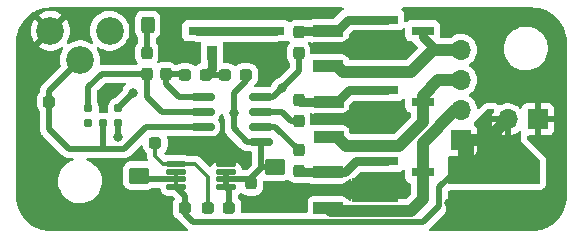
<source format=gbr>
G04 #@! TF.GenerationSoftware,KiCad,Pcbnew,7.0.1-3b83917a11~172~ubuntu22.10.1*
G04 #@! TF.CreationDate,2023-08-26T17:13:58+02:00*
G04 #@! TF.ProjectId,RGB_strip_driver,5247425f-7374-4726-9970-5f6472697665,rev?*
G04 #@! TF.SameCoordinates,Original*
G04 #@! TF.FileFunction,Copper,L1,Top*
G04 #@! TF.FilePolarity,Positive*
%FSLAX46Y46*%
G04 Gerber Fmt 4.6, Leading zero omitted, Abs format (unit mm)*
G04 Created by KiCad (PCBNEW 7.0.1-3b83917a11~172~ubuntu22.10.1) date 2023-08-26 17:13:58*
%MOMM*%
%LPD*%
G01*
G04 APERTURE LIST*
G04 Aperture macros list*
%AMRoundRect*
0 Rectangle with rounded corners*
0 $1 Rounding radius*
0 $2 $3 $4 $5 $6 $7 $8 $9 X,Y pos of 4 corners*
0 Add a 4 corners polygon primitive as box body*
4,1,4,$2,$3,$4,$5,$6,$7,$8,$9,$2,$3,0*
0 Add four circle primitives for the rounded corners*
1,1,$1+$1,$2,$3*
1,1,$1+$1,$4,$5*
1,1,$1+$1,$6,$7*
1,1,$1+$1,$8,$9*
0 Add four rect primitives between the rounded corners*
20,1,$1+$1,$2,$3,$4,$5,0*
20,1,$1+$1,$4,$5,$6,$7,0*
20,1,$1+$1,$6,$7,$8,$9,0*
20,1,$1+$1,$8,$9,$2,$3,0*%
%AMOutline4P*
0 Free polygon, 4 corners , with rotation*
0 The origin of the aperture is its center*
0 number of corners: always 4*
0 $1 to $8 corner X, Y*
0 $9 Rotation angle, in degrees counterclockwise*
0 create outline with 4 corners*
4,1,4,$1,$2,$3,$4,$5,$6,$7,$8,$1,$2,$9*%
G04 Aperture macros list end*
G04 #@! TA.AperFunction,SMDPad,CuDef*
%ADD10RoundRect,0.237500X-0.237500X0.287500X-0.237500X-0.287500X0.237500X-0.287500X0.237500X0.287500X0*%
G04 #@! TD*
G04 #@! TA.AperFunction,SMDPad,CuDef*
%ADD11RoundRect,0.237500X-0.287500X-0.237500X0.287500X-0.237500X0.287500X0.237500X-0.287500X0.237500X0*%
G04 #@! TD*
G04 #@! TA.AperFunction,SMDPad,CuDef*
%ADD12RoundRect,0.237500X0.287500X0.237500X-0.287500X0.237500X-0.287500X-0.237500X0.287500X-0.237500X0*%
G04 #@! TD*
G04 #@! TA.AperFunction,SMDPad,CuDef*
%ADD13RoundRect,0.237500X0.237500X-0.287500X0.237500X0.287500X-0.237500X0.287500X-0.237500X-0.287500X0*%
G04 #@! TD*
G04 #@! TA.AperFunction,SMDPad,CuDef*
%ADD14R,1.900000X0.800000*%
G04 #@! TD*
G04 #@! TA.AperFunction,SMDPad,CuDef*
%ADD15R,2.500000X1.000000*%
G04 #@! TD*
G04 #@! TA.AperFunction,SMDPad,CuDef*
%ADD16Outline4P,-1.000000X-0.375000X1.000000X-0.375000X0.500000X0.375000X-0.500000X0.375000X90.000000*%
G04 #@! TD*
G04 #@! TA.AperFunction,SMDPad,CuDef*
%ADD17R,4.000000X2.000000*%
G04 #@! TD*
G04 #@! TA.AperFunction,ComponentPad*
%ADD18R,1.700000X1.700000*%
G04 #@! TD*
G04 #@! TA.AperFunction,ComponentPad*
%ADD19O,1.700000X1.700000*%
G04 #@! TD*
G04 #@! TA.AperFunction,SMDPad,CuDef*
%ADD20RoundRect,0.150000X0.825000X0.150000X-0.825000X0.150000X-0.825000X-0.150000X0.825000X-0.150000X0*%
G04 #@! TD*
G04 #@! TA.AperFunction,SMDPad,CuDef*
%ADD21RoundRect,0.250001X-0.624999X0.462499X-0.624999X-0.462499X0.624999X-0.462499X0.624999X0.462499X0*%
G04 #@! TD*
G04 #@! TA.AperFunction,SMDPad,CuDef*
%ADD22RoundRect,0.250000X0.325000X0.450000X-0.325000X0.450000X-0.325000X-0.450000X0.325000X-0.450000X0*%
G04 #@! TD*
G04 #@! TA.AperFunction,SMDPad,CuDef*
%ADD23RoundRect,0.125000X0.687500X0.125000X-0.687500X0.125000X-0.687500X-0.125000X0.687500X-0.125000X0*%
G04 #@! TD*
G04 #@! TA.AperFunction,ConnectorPad*
%ADD24C,0.787400*%
G04 #@! TD*
G04 #@! TA.AperFunction,SMDPad,CuDef*
%ADD25R,0.889000X1.270000*%
G04 #@! TD*
G04 #@! TA.AperFunction,SMDPad,CuDef*
%ADD26R,1.447800X0.787400*%
G04 #@! TD*
G04 #@! TA.AperFunction,ComponentPad*
%ADD27C,2.340000*%
G04 #@! TD*
G04 #@! TA.AperFunction,ViaPad*
%ADD28C,0.800000*%
G04 #@! TD*
G04 #@! TA.AperFunction,Conductor*
%ADD29C,0.800000*%
G04 #@! TD*
G04 #@! TA.AperFunction,Conductor*
%ADD30C,0.500000*%
G04 #@! TD*
G04 #@! TA.AperFunction,Conductor*
%ADD31C,1.000000*%
G04 #@! TD*
G04 #@! TA.AperFunction,Conductor*
%ADD32C,0.350000*%
G04 #@! TD*
G04 APERTURE END LIST*
D10*
X124750000Y-128875000D03*
X124750000Y-130625000D03*
X111900000Y-124875000D03*
X111900000Y-126625000D03*
D11*
X117125000Y-138000000D03*
X118875000Y-138000000D03*
D10*
X124750000Y-123125000D03*
X124750000Y-124875000D03*
D12*
X116875000Y-126750000D03*
X115125000Y-126750000D03*
X115125000Y-138000000D03*
X113375000Y-138000000D03*
D13*
X113500000Y-126675000D03*
X113500000Y-124925000D03*
X124750000Y-134875000D03*
X124750000Y-133125000D03*
D14*
X132250000Y-134050000D03*
X132250000Y-135950000D03*
X135250000Y-135000000D03*
D15*
X127270000Y-123000000D03*
X127270000Y-124500000D03*
D16*
X128880000Y-124500000D03*
D17*
X131230000Y-124500000D03*
D15*
X127270000Y-126000000D03*
D14*
X132250000Y-128050000D03*
X132250000Y-129950000D03*
X135250000Y-129000000D03*
D18*
X145000000Y-130500000D03*
D19*
X142460000Y-130500000D03*
D20*
X121575000Y-132405000D03*
X121575000Y-131135000D03*
X121575000Y-129865000D03*
X121575000Y-128595000D03*
X116625000Y-128595000D03*
X116625000Y-129865000D03*
X116625000Y-131135000D03*
X116625000Y-132405000D03*
D21*
X139100000Y-135012500D03*
X139100000Y-137987500D03*
X141600000Y-135025000D03*
X141600000Y-138000000D03*
D15*
X127290000Y-129000000D03*
X127290000Y-130500000D03*
D16*
X128900000Y-130500000D03*
D17*
X131250000Y-130500000D03*
D15*
X127290000Y-132000000D03*
D22*
X114025000Y-122500000D03*
X111975000Y-122500000D03*
D21*
X122750000Y-134512500D03*
X122750000Y-137487500D03*
D23*
X118612500Y-136225000D03*
X118612500Y-135575000D03*
X118612500Y-134925000D03*
X118612500Y-134275000D03*
X114387500Y-134275000D03*
X114387500Y-134925000D03*
X114387500Y-135575000D03*
X114387500Y-136225000D03*
D21*
X144100000Y-135012500D03*
X144100000Y-137987500D03*
X111250000Y-135262500D03*
X111250000Y-138237500D03*
D15*
X127270000Y-135000000D03*
X127270000Y-136500000D03*
D16*
X128880000Y-136500000D03*
D17*
X131230000Y-136500000D03*
D15*
X127270000Y-138000000D03*
D24*
X109500000Y-129565000D03*
X109500000Y-130835000D03*
X108230000Y-129565000D03*
X108230000Y-130835000D03*
X106960000Y-129565000D03*
X106960000Y-130835000D03*
D14*
X132250000Y-122050000D03*
X132250000Y-123950000D03*
X135250000Y-123000000D03*
D18*
X138500000Y-132250000D03*
D19*
X138500000Y-129710000D03*
X138500000Y-127170000D03*
X138500000Y-124630000D03*
D12*
X114375000Y-132500000D03*
X112625000Y-132500000D03*
D10*
X120750000Y-135925000D03*
X120750000Y-137675000D03*
D11*
X118525000Y-126750000D03*
X120275000Y-126750000D03*
D25*
X121595500Y-124897000D03*
X117404500Y-124897000D03*
D26*
X122878200Y-123004700D03*
X116121800Y-123004700D03*
D27*
X108750000Y-123000000D03*
X106250000Y-125500000D03*
X103750000Y-123000000D03*
D12*
X103625000Y-129000000D03*
X101875000Y-129000000D03*
D28*
X145700000Y-138600000D03*
X140300000Y-139000000D03*
X142900000Y-139000000D03*
X129750000Y-124500000D03*
X124610000Y-136910000D03*
X129750000Y-130500000D03*
X131750000Y-124500000D03*
X131750000Y-130500000D03*
X145700000Y-137600000D03*
X137500000Y-138600000D03*
X132750000Y-130500000D03*
X130750000Y-124500000D03*
X120250000Y-134250000D03*
X129750000Y-136500000D03*
X118400000Y-132400000D03*
X132750000Y-124500000D03*
X112500000Y-137300000D03*
X137500000Y-137600000D03*
X121800000Y-126600000D03*
X132750000Y-136500000D03*
X130750000Y-130500000D03*
X114025000Y-123725000D03*
X130750000Y-136500000D03*
X108200000Y-128300000D03*
X109600000Y-138400000D03*
X131750000Y-136500000D03*
X119250000Y-129950000D03*
X109500000Y-132000000D03*
X110750001Y-128249999D03*
X123350000Y-127850000D03*
D29*
X122878200Y-123004700D02*
X116121800Y-123004700D01*
D30*
X114025000Y-123725000D02*
X114025000Y-124400000D01*
D31*
X124610000Y-136910000D02*
X124020000Y-137500000D01*
D30*
X109600000Y-138400000D02*
X111087500Y-138400000D01*
D31*
X127290000Y-130500000D02*
X131250000Y-130500000D01*
X127270000Y-136500000D02*
X129750000Y-136500000D01*
D30*
X137500000Y-138600000D02*
X138487500Y-138600000D01*
X112500000Y-138000000D02*
X111487500Y-138000000D01*
X114025000Y-124400000D02*
X113500000Y-124925000D01*
D31*
X124020000Y-137500000D02*
X124007500Y-137487500D01*
D30*
X113375000Y-138000000D02*
X112500000Y-138000000D01*
X101875000Y-129000000D02*
X101875000Y-124875000D01*
X116625000Y-132405000D02*
X114470000Y-132405000D01*
D29*
X121800000Y-126600000D02*
X121800000Y-125101500D01*
D30*
X138487500Y-138600000D02*
X139100000Y-137987500D01*
D31*
X125020000Y-136500000D02*
X124610000Y-136910000D01*
D30*
X137500000Y-137600000D02*
X138712500Y-137600000D01*
X120750000Y-137675000D02*
X122562500Y-137675000D01*
X111487500Y-138000000D02*
X111250000Y-138237500D01*
X118400000Y-132400000D02*
X116630000Y-132400000D01*
D31*
X124007500Y-137487500D02*
X122750000Y-137487500D01*
X144100000Y-137987500D02*
X139100000Y-137987500D01*
D30*
X111087500Y-138400000D02*
X111250000Y-138237500D01*
X108230000Y-129565000D02*
X108230000Y-128330000D01*
X114025000Y-122500000D02*
X114025000Y-123725000D01*
X112500000Y-137300000D02*
X112500000Y-138000000D01*
X122562500Y-137675000D02*
X122750000Y-137487500D01*
X108230000Y-128330000D02*
X108200000Y-128300000D01*
D31*
X127270000Y-124500000D02*
X131230000Y-124500000D01*
D30*
X114470000Y-132405000D02*
X114375000Y-132500000D01*
X138712500Y-137600000D02*
X139100000Y-137987500D01*
D29*
X121800000Y-125101500D02*
X121595500Y-124897000D01*
D30*
X116625000Y-132405000D02*
X118444990Y-134224990D01*
X101875000Y-124875000D02*
X103750000Y-123000000D01*
D31*
X127270000Y-136500000D02*
X125020000Y-136500000D01*
D30*
X116630000Y-132400000D02*
X116625000Y-132405000D01*
X137500000Y-138600000D02*
X137500000Y-137600000D01*
X103625000Y-128125000D02*
X106250000Y-125500000D01*
X108230000Y-130835000D02*
X108230000Y-132970000D01*
X111865000Y-131135000D02*
X116625000Y-131135000D01*
X103625000Y-131325000D02*
X105300000Y-133000000D01*
X103625000Y-129000000D02*
X103625000Y-128125000D01*
X108230000Y-132970000D02*
X108200000Y-133000000D01*
X103625000Y-129000000D02*
X103625000Y-131325000D01*
X105300000Y-133000000D02*
X108200000Y-133000000D01*
X110000000Y-133000000D02*
X111865000Y-131135000D01*
X108200000Y-133000000D02*
X110000000Y-133000000D01*
X112725000Y-135575000D02*
X111562500Y-135575000D01*
X136649999Y-136250001D02*
X137887500Y-135012500D01*
D31*
X138500000Y-132250000D02*
X140710000Y-132250000D01*
D30*
X137887500Y-135012500D02*
X139100000Y-135012500D01*
X136649999Y-137850001D02*
X136649999Y-136250001D01*
X135300000Y-139200000D02*
X136649999Y-137850001D01*
X114387500Y-135575000D02*
X112725000Y-135575000D01*
D31*
X139100000Y-135012500D02*
X139100000Y-132850000D01*
D30*
X115850000Y-139200000D02*
X135300000Y-139200000D01*
D31*
X140710000Y-132250000D02*
X142460000Y-130500000D01*
X139100000Y-132850000D02*
X138500000Y-132250000D01*
D30*
X115125000Y-138000000D02*
X115125000Y-138475000D01*
D32*
X114387500Y-134925000D02*
X114387500Y-136225000D01*
D30*
X115125000Y-138000000D02*
X115125000Y-136962500D01*
X111562500Y-135575000D02*
X111250000Y-135262500D01*
X115125000Y-138475000D02*
X115850000Y-139200000D01*
D31*
X139100000Y-135012500D02*
X144100000Y-135012500D01*
D30*
X115125000Y-136962500D02*
X114387500Y-136225000D01*
X113500000Y-127500000D02*
X114595000Y-128595000D01*
X115050000Y-126675000D02*
X115125000Y-126750000D01*
X113500000Y-126675000D02*
X113500000Y-127500000D01*
X114595000Y-128595000D02*
X116625000Y-128595000D01*
X113500000Y-126675000D02*
X115050000Y-126675000D01*
X109500000Y-132000000D02*
X109500000Y-132000000D01*
X119250000Y-128350000D02*
X119250000Y-129950000D01*
X119250000Y-129950000D02*
X119250000Y-131250000D01*
X118612500Y-135575000D02*
X120625000Y-135575000D01*
X119250000Y-131250000D02*
X120405000Y-132405000D01*
X118875000Y-138000000D02*
X118875000Y-136487500D01*
X121575000Y-134625000D02*
X121575000Y-132405000D01*
X121687500Y-134512500D02*
X121575000Y-134625000D01*
X109500000Y-130835000D02*
X109500000Y-132000000D01*
X120625000Y-135575000D02*
X121575000Y-134625000D01*
X119250000Y-128250000D02*
X119250000Y-128350000D01*
X120405000Y-132405000D02*
X121575000Y-132405000D01*
X122750000Y-134512500D02*
X121687500Y-134512500D01*
X118612500Y-136225000D02*
X118612500Y-134975010D01*
X120275000Y-127225000D02*
X119250000Y-128250000D01*
X120275000Y-126750000D02*
X120275000Y-127225000D01*
X118875000Y-136487500D02*
X118612500Y-136225000D01*
X111900000Y-128600000D02*
X113165000Y-129865000D01*
X106960000Y-127740000D02*
X106960000Y-129565000D01*
X108075000Y-126625000D02*
X106960000Y-127740000D01*
X111900000Y-126625000D02*
X111900000Y-128600000D01*
X111900000Y-126625000D02*
X108075000Y-126625000D01*
X113165000Y-129865000D02*
X116625000Y-129865000D01*
X122760000Y-131135000D02*
X121575000Y-131135000D01*
X124750000Y-133125000D02*
X122760000Y-131135000D01*
D29*
X136120000Y-124370000D02*
X136120000Y-124630000D01*
D31*
X136120000Y-124630000D02*
X138500000Y-124630000D01*
X128520000Y-126500000D02*
X134250000Y-126500000D01*
X128020000Y-126000000D02*
X128520000Y-126500000D01*
D29*
X135250000Y-123500000D02*
X136120000Y-124370000D01*
D31*
X134250000Y-126500000D02*
X136120000Y-124630000D01*
D29*
X135250000Y-123000000D02*
X135250000Y-123500000D01*
D31*
X127270000Y-126000000D02*
X128020000Y-126000000D01*
X135250000Y-130750000D02*
X135250000Y-129000000D01*
X127290000Y-132000000D02*
X128040000Y-132000000D01*
X133250000Y-132750000D02*
X135250000Y-130750000D01*
X135250000Y-128500000D02*
X136580000Y-127170000D01*
X128040000Y-132000000D02*
X128790000Y-132750000D01*
X135250000Y-129000000D02*
X135250000Y-128500000D01*
X128790000Y-132750000D02*
X133250000Y-132750000D01*
X136580000Y-127170000D02*
X138500000Y-127170000D01*
X135250000Y-137250000D02*
X135250000Y-136400000D01*
X127270000Y-138000000D02*
X127519989Y-138249989D01*
X138040000Y-129710000D02*
X138500000Y-129710000D01*
X134250011Y-138249989D02*
X135250000Y-137250000D01*
X135250000Y-136400000D02*
X135250000Y-135000000D01*
X127519989Y-138249989D02*
X134250011Y-138249989D01*
X135250000Y-132500000D02*
X138040000Y-129710000D01*
X135250000Y-135000000D02*
X135250000Y-132500000D01*
D29*
X117404500Y-124897000D02*
X117404500Y-126220500D01*
X117404500Y-126220500D02*
X116875000Y-126750000D01*
D30*
X118525000Y-126750000D02*
X116875000Y-126750000D01*
X123365000Y-129865000D02*
X124125000Y-130625000D01*
X124125000Y-130625000D02*
X124750000Y-130625000D01*
X121575000Y-129865000D02*
X123365000Y-129865000D01*
X123350000Y-127850000D02*
X122605000Y-128595000D01*
X122605000Y-128595000D02*
X121575000Y-128595000D01*
X124750000Y-126450000D02*
X123350000Y-127850000D01*
X109500000Y-129500000D02*
X110750001Y-128249999D01*
X124750000Y-124875000D02*
X124750000Y-126450000D01*
X109500000Y-129565000D02*
X109500000Y-129500000D01*
X111900000Y-124875000D02*
X111900000Y-122575000D01*
X111900000Y-122575000D02*
X111975000Y-122500000D01*
D29*
X128649998Y-135000000D02*
X129599998Y-134050000D01*
X127270000Y-135000000D02*
X128649998Y-135000000D01*
X127270000Y-135000000D02*
X124875000Y-135000000D01*
X129599998Y-134050000D02*
X132250000Y-134050000D01*
X124875000Y-135000000D02*
X124750000Y-134875000D01*
X127290000Y-129000000D02*
X124875000Y-129000000D01*
X128990000Y-128050000D02*
X132250000Y-128050000D01*
X127290000Y-129000000D02*
X128040000Y-129000000D01*
X128040000Y-129000000D02*
X128990000Y-128050000D01*
X124875000Y-129000000D02*
X124750000Y-128875000D01*
X127270000Y-123000000D02*
X128020000Y-123000000D01*
X127270000Y-123000000D02*
X124875000Y-123000000D01*
X128020000Y-123000000D02*
X128970000Y-122050000D01*
X124875000Y-123000000D02*
X124750000Y-123125000D01*
X128970000Y-122050000D02*
X132250000Y-122050000D01*
D32*
X114387500Y-134275000D02*
X113275000Y-134275000D01*
X113275000Y-134275000D02*
X112625000Y-133625000D01*
X112625000Y-133625000D02*
X112625000Y-132500000D01*
X115975000Y-134275000D02*
X117125000Y-135425000D01*
X114387500Y-134275000D02*
X115975000Y-134275000D01*
X117125000Y-135425000D02*
X117125000Y-138000000D01*
G04 #@! TA.AperFunction,Conductor*
G36*
X144503300Y-121025672D02*
G01*
X144804319Y-121041449D01*
X144817436Y-121042827D01*
X145111911Y-121089467D01*
X145124811Y-121092209D01*
X145412799Y-121169374D01*
X145425332Y-121173447D01*
X145628190Y-121251317D01*
X145703672Y-121280292D01*
X145715719Y-121285656D01*
X145981368Y-121421010D01*
X145992785Y-121427601D01*
X146242838Y-121589988D01*
X146253495Y-121597732D01*
X146413452Y-121727262D01*
X146485197Y-121785360D01*
X146494998Y-121794185D01*
X146705814Y-122005001D01*
X146714639Y-122014802D01*
X146884175Y-122224162D01*
X146902263Y-122246498D01*
X146910013Y-122257164D01*
X146923332Y-122277674D01*
X147072394Y-122507208D01*
X147078989Y-122518631D01*
X147214343Y-122784280D01*
X147219707Y-122796327D01*
X147326550Y-123074661D01*
X147330626Y-123087205D01*
X147407790Y-123375188D01*
X147410532Y-123388088D01*
X147457172Y-123682563D01*
X147458550Y-123695679D01*
X147471784Y-123948180D01*
X147474036Y-123991156D01*
X147474327Y-123996698D01*
X147474500Y-124003293D01*
X147474500Y-136996707D01*
X147474327Y-137003302D01*
X147458550Y-137304320D01*
X147457172Y-137317436D01*
X147410532Y-137611911D01*
X147407790Y-137624811D01*
X147330626Y-137912794D01*
X147326550Y-137925338D01*
X147219707Y-138203672D01*
X147214343Y-138215719D01*
X147078989Y-138481368D01*
X147072394Y-138492791D01*
X146910015Y-138742832D01*
X146902263Y-138753501D01*
X146714639Y-138985197D01*
X146705814Y-138994998D01*
X146494998Y-139205814D01*
X146485197Y-139214639D01*
X146253501Y-139402263D01*
X146242832Y-139410015D01*
X145992791Y-139572394D01*
X145981368Y-139578989D01*
X145715719Y-139714343D01*
X145703672Y-139719707D01*
X145425338Y-139826550D01*
X145412794Y-139830626D01*
X145124811Y-139907790D01*
X145111911Y-139910532D01*
X144817436Y-139957172D01*
X144804320Y-139958550D01*
X144520488Y-139973426D01*
X144503299Y-139974327D01*
X144496707Y-139974500D01*
X135904192Y-139974500D01*
X135847644Y-139961098D01*
X135803125Y-139923743D01*
X135780107Y-139870382D01*
X135783485Y-139812365D01*
X135812541Y-139762036D01*
X135842927Y-139729827D01*
X135845448Y-139727231D01*
X137140776Y-138431903D01*
X137154623Y-138419937D01*
X137174057Y-138405470D01*
X137206225Y-138367132D01*
X137213641Y-138359038D01*
X137217580Y-138355101D01*
X137237011Y-138330524D01*
X137239285Y-138327732D01*
X137288031Y-138269641D01*
X137288032Y-138269637D01*
X137288889Y-138268617D01*
X137299401Y-138252118D01*
X137303154Y-138244069D01*
X137332035Y-138182132D01*
X137333543Y-138179016D01*
X137367608Y-138111189D01*
X137367609Y-138111180D01*
X137368211Y-138109984D01*
X137374633Y-138091510D01*
X137390237Y-138015936D01*
X137391021Y-138012398D01*
X137408499Y-137938657D01*
X137408499Y-137938655D01*
X137408807Y-137937356D01*
X137410796Y-137917886D01*
X137410757Y-137916561D01*
X137410758Y-137916559D01*
X137408552Y-137840742D01*
X137408499Y-137837078D01*
X137408499Y-136639500D01*
X137425380Y-136576500D01*
X137471499Y-136530381D01*
X137534499Y-136513500D01*
X145074000Y-136513500D01*
X145206905Y-136496003D01*
X145269905Y-136479122D01*
X145393751Y-136427823D01*
X145500099Y-136346218D01*
X145546218Y-136300099D01*
X145627823Y-136193751D01*
X145679122Y-136069905D01*
X145696003Y-136006905D01*
X145713500Y-135874000D01*
X145713500Y-134052190D01*
X145713492Y-134052113D01*
X145703635Y-133952021D01*
X145703634Y-133952018D01*
X145703634Y-133952013D01*
X145694043Y-133903795D01*
X145664820Y-133807461D01*
X145617364Y-133718680D01*
X145590050Y-133677803D01*
X145526194Y-133599996D01*
X144150402Y-132224205D01*
X144123091Y-132183331D01*
X144113500Y-132135113D01*
X144113500Y-131984000D01*
X144130381Y-131921000D01*
X144176500Y-131874881D01*
X144239500Y-131858000D01*
X144746000Y-131858000D01*
X144746000Y-130754000D01*
X145254000Y-130754000D01*
X145254000Y-131858000D01*
X145898589Y-131858000D01*
X145959093Y-131851494D01*
X146095962Y-131800445D01*
X146212904Y-131712904D01*
X146300445Y-131595962D01*
X146351494Y-131459093D01*
X146358000Y-131398589D01*
X146358000Y-130754000D01*
X145254000Y-130754000D01*
X144746000Y-130754000D01*
X144746000Y-129142000D01*
X145254000Y-129142000D01*
X145254000Y-130246000D01*
X146358000Y-130246000D01*
X146358000Y-129601411D01*
X146351494Y-129540906D01*
X146300445Y-129404037D01*
X146212904Y-129287095D01*
X146095962Y-129199554D01*
X145959093Y-129148505D01*
X145898589Y-129142000D01*
X145254000Y-129142000D01*
X144746000Y-129142000D01*
X144101411Y-129142000D01*
X144040906Y-129148505D01*
X143904037Y-129199554D01*
X143787095Y-129287095D01*
X143699554Y-129404036D01*
X143655381Y-129522470D01*
X143618849Y-129574509D01*
X143561558Y-129602085D01*
X143498096Y-129598175D01*
X143444624Y-129563774D01*
X143383240Y-129497093D01*
X143205578Y-129358812D01*
X143007573Y-129251657D01*
X142806493Y-129182627D01*
X142794635Y-129178556D01*
X142572569Y-129141500D01*
X142347431Y-129141500D01*
X142125365Y-129178556D01*
X142125362Y-129178556D01*
X142125362Y-129178557D01*
X141912426Y-129251657D01*
X141802990Y-129310881D01*
X141750827Y-129325825D01*
X141697217Y-129317447D01*
X141652103Y-129287301D01*
X141628061Y-129262244D01*
X141628060Y-129262243D01*
X141628056Y-129262239D01*
X141520389Y-129176637D01*
X141520387Y-129176636D01*
X141520386Y-129176635D01*
X141393847Y-129122683D01*
X141393846Y-129122682D01*
X141393842Y-129122681D01*
X141329354Y-129104925D01*
X141329351Y-129104924D01*
X141329349Y-129104924D01*
X141193034Y-129086500D01*
X140852190Y-129086500D01*
X140852185Y-129086500D01*
X140752021Y-129096364D01*
X140727582Y-129101225D01*
X140703795Y-129105957D01*
X140607469Y-129135177D01*
X140607466Y-129135178D01*
X140518693Y-129182627D01*
X140498647Y-129196021D01*
X140477821Y-129209936D01*
X140457886Y-129226295D01*
X140399998Y-129273802D01*
X140063073Y-129610726D01*
X140001108Y-129644675D01*
X139930611Y-129639932D01*
X139873752Y-129597989D01*
X139848409Y-129532037D01*
X139844564Y-129485632D01*
X139789296Y-129267384D01*
X139698860Y-129061209D01*
X139575722Y-128872732D01*
X139423240Y-128707094D01*
X139423239Y-128707093D01*
X139423237Y-128707091D01*
X139245579Y-128568813D01*
X139245577Y-128568812D01*
X139245576Y-128568811D01*
X139212317Y-128550812D01*
X139164047Y-128504498D01*
X139146288Y-128440000D01*
X139164047Y-128375502D01*
X139212317Y-128329187D01*
X139245576Y-128311189D01*
X139423240Y-128172906D01*
X139575722Y-128007268D01*
X139698860Y-127818791D01*
X139789296Y-127612616D01*
X139844564Y-127394368D01*
X139863156Y-127170000D01*
X139844564Y-126945632D01*
X139789296Y-126727384D01*
X139698860Y-126521209D01*
X139575722Y-126332732D01*
X139423240Y-126167094D01*
X139423239Y-126167093D01*
X139423237Y-126167091D01*
X139245578Y-126028812D01*
X139212317Y-126010812D01*
X139164046Y-125964495D01*
X139146288Y-125899997D01*
X139164049Y-125835499D01*
X139212317Y-125789187D01*
X139245576Y-125771189D01*
X139423240Y-125632906D01*
X139575722Y-125467268D01*
X139698860Y-125278791D01*
X139789296Y-125072616D01*
X139844564Y-124854368D01*
X139863156Y-124630000D01*
X139857999Y-124567766D01*
X142145787Y-124567766D01*
X142175413Y-124837015D01*
X142175414Y-124837018D01*
X142243928Y-125099088D01*
X142349870Y-125348390D01*
X142490982Y-125579610D01*
X142664255Y-125787820D01*
X142664256Y-125787821D01*
X142664258Y-125787823D01*
X142865993Y-125968578D01*
X142865995Y-125968579D01*
X142865998Y-125968582D01*
X143091910Y-126118044D01*
X143224104Y-126180014D01*
X143337171Y-126233018D01*
X143337173Y-126233018D01*
X143337176Y-126233020D01*
X143596569Y-126311060D01*
X143596572Y-126311060D01*
X143596574Y-126311061D01*
X143864558Y-126350500D01*
X143864561Y-126350500D01*
X144067630Y-126350500D01*
X144067631Y-126350500D01*
X144270156Y-126335677D01*
X144534553Y-126276780D01*
X144787558Y-126180014D01*
X145023777Y-126047441D01*
X145238177Y-125881888D01*
X145426186Y-125686881D01*
X145583799Y-125466579D01*
X145707656Y-125225675D01*
X145795118Y-124969305D01*
X145844319Y-124702933D01*
X145854212Y-124432235D01*
X145850433Y-124397893D01*
X145830129Y-124213362D01*
X145824586Y-124162982D01*
X145756072Y-123900912D01*
X145650130Y-123651610D01*
X145509018Y-123420390D01*
X145335745Y-123212180D01*
X145230759Y-123118112D01*
X145134006Y-123031421D01*
X145134003Y-123031419D01*
X145134002Y-123031418D01*
X144908090Y-122881956D01*
X144908086Y-122881954D01*
X144662828Y-122766981D01*
X144403425Y-122688938D01*
X144135442Y-122649500D01*
X144135439Y-122649500D01*
X143932369Y-122649500D01*
X143898614Y-122651970D01*
X143729839Y-122664323D01*
X143465449Y-122723219D01*
X143212441Y-122819985D01*
X142976225Y-122952557D01*
X142761820Y-123118114D01*
X142573815Y-123313117D01*
X142416200Y-123533422D01*
X142292342Y-123774328D01*
X142204882Y-124030693D01*
X142155681Y-124297065D01*
X142145787Y-124567766D01*
X139857999Y-124567766D01*
X139844564Y-124405632D01*
X139839327Y-124384953D01*
X139789297Y-124187388D01*
X139789296Y-124187384D01*
X139698860Y-123981209D01*
X139575722Y-123792732D01*
X139423240Y-123627094D01*
X139423239Y-123627093D01*
X139423237Y-123627091D01*
X139245578Y-123488812D01*
X139047573Y-123381657D01*
X138892739Y-123328503D01*
X138834635Y-123308556D01*
X138612569Y-123271500D01*
X138387431Y-123271500D01*
X138165365Y-123308556D01*
X138165362Y-123308556D01*
X138165362Y-123308557D01*
X137952426Y-123381657D01*
X137754421Y-123488812D01*
X137618082Y-123594931D01*
X137581603Y-123614673D01*
X137540691Y-123621500D01*
X136830188Y-123621500D01*
X136763333Y-123602301D01*
X136716853Y-123550555D01*
X136704910Y-123482031D01*
X136708500Y-123448639D01*
X136708500Y-122551362D01*
X136704981Y-122518631D01*
X136701989Y-122490799D01*
X136650889Y-122353796D01*
X136650888Y-122353794D01*
X136563261Y-122236738D01*
X136446205Y-122149111D01*
X136377702Y-122123560D01*
X136309201Y-122098011D01*
X136248638Y-122091500D01*
X134251362Y-122091500D01*
X134190799Y-122098011D01*
X134053794Y-122149111D01*
X133936737Y-122236739D01*
X133935367Y-122238570D01*
X133886841Y-122277674D01*
X133825510Y-122288739D01*
X133766379Y-122269058D01*
X133723912Y-122223445D01*
X133708500Y-122163060D01*
X133708500Y-121601362D01*
X133707277Y-121589984D01*
X133701989Y-121540799D01*
X133650889Y-121403796D01*
X133650888Y-121403794D01*
X133563261Y-121286738D01*
X133517348Y-121252368D01*
X133478243Y-121203842D01*
X133467178Y-121142511D01*
X133486859Y-121083379D01*
X133532472Y-121040912D01*
X133592857Y-121025500D01*
X144491715Y-121025500D01*
X144496707Y-121025500D01*
X144503300Y-121025672D01*
G37*
G04 #@! TD.AperFunction*
G04 #@! TA.AperFunction,Conductor*
G36*
X128518861Y-121043046D02*
G01*
X128565136Y-121090798D01*
X128580660Y-121155456D01*
X128561109Y-121219012D01*
X128511928Y-121263765D01*
X128472468Y-121283871D01*
X128461524Y-121292733D01*
X128445249Y-121303918D01*
X128433060Y-121310956D01*
X128382223Y-121356728D01*
X128377216Y-121361004D01*
X128361259Y-121373927D01*
X128346729Y-121388456D01*
X128341949Y-121392991D01*
X128291133Y-121438746D01*
X128282861Y-121450131D01*
X128270025Y-121465160D01*
X127780592Y-121954595D01*
X127739714Y-121981909D01*
X127691496Y-121991500D01*
X125971362Y-121991500D01*
X125910799Y-121998011D01*
X125773794Y-122049111D01*
X125750744Y-122066367D01*
X125715025Y-122085052D01*
X125675234Y-122091500D01*
X124956416Y-122091500D01*
X124936708Y-122089949D01*
X124929896Y-122088870D01*
X124922810Y-122087748D01*
X124922809Y-122087748D01*
X124854520Y-122091327D01*
X124847926Y-122091500D01*
X124462791Y-122091500D01*
X124360618Y-122101938D01*
X124195080Y-122156791D01*
X124075523Y-122230535D01*
X124028735Y-122247798D01*
X123978915Y-122245557D01*
X123933867Y-122224162D01*
X123848305Y-122160111D01*
X123779802Y-122134561D01*
X123711301Y-122109011D01*
X123650738Y-122102500D01*
X122992356Y-122102500D01*
X122979186Y-122101810D01*
X122925810Y-122096200D01*
X116074190Y-122096200D01*
X116020814Y-122101810D01*
X116007644Y-122102500D01*
X115349262Y-122102500D01*
X115288699Y-122109011D01*
X115151694Y-122160111D01*
X115034638Y-122247738D01*
X114947011Y-122364794D01*
X114900014Y-122490799D01*
X114895911Y-122501799D01*
X114889400Y-122562362D01*
X114889400Y-123447038D01*
X114895911Y-123507601D01*
X114911932Y-123550555D01*
X114947011Y-123644605D01*
X115034638Y-123761661D01*
X115151694Y-123849288D01*
X115151695Y-123849288D01*
X115151696Y-123849289D01*
X115288699Y-123900389D01*
X115349262Y-123906900D01*
X116007644Y-123906900D01*
X116020813Y-123907589D01*
X116074190Y-123913200D01*
X116365903Y-123913200D01*
X116424305Y-123927552D01*
X116469402Y-123967340D01*
X116490921Y-124023498D01*
X116483959Y-124083229D01*
X116463448Y-124138219D01*
X116458010Y-124152801D01*
X116454293Y-124187384D01*
X116451500Y-124213362D01*
X116451500Y-125580638D01*
X116457119Y-125632908D01*
X116459703Y-125656936D01*
X116457084Y-125657217D01*
X116460845Y-125699355D01*
X116432008Y-125759523D01*
X116376490Y-125796530D01*
X116270083Y-125831789D01*
X116121650Y-125923344D01*
X116089095Y-125955900D01*
X116032611Y-125988512D01*
X115967389Y-125988512D01*
X115910905Y-125955900D01*
X115878349Y-125923344D01*
X115820338Y-125887562D01*
X115729920Y-125831791D01*
X115647150Y-125804364D01*
X115564382Y-125776938D01*
X115547353Y-125775198D01*
X115462213Y-125766500D01*
X115462208Y-125766500D01*
X114787791Y-125766500D01*
X114685618Y-125776938D01*
X114520080Y-125831791D01*
X114429662Y-125887562D01*
X114376928Y-125905605D01*
X114321570Y-125899134D01*
X114274421Y-125869417D01*
X114203346Y-125798342D01*
X114054920Y-125706791D01*
X113929009Y-125665069D01*
X113889382Y-125651938D01*
X113872352Y-125650198D01*
X113787213Y-125641500D01*
X113787208Y-125641500D01*
X113212791Y-125641500D01*
X113110618Y-125651938D01*
X112938340Y-125709024D01*
X112877549Y-125713630D01*
X112821712Y-125689157D01*
X112783901Y-125641335D01*
X112772966Y-125581359D01*
X112791465Y-125523277D01*
X112818209Y-125479920D01*
X112873062Y-125314381D01*
X112883500Y-125212213D01*
X112883499Y-124537788D01*
X112873062Y-124435619D01*
X112818209Y-124270080D01*
X112726658Y-124121654D01*
X112695403Y-124090399D01*
X112668091Y-124049525D01*
X112658500Y-124001306D01*
X112658500Y-123690380D01*
X112674476Y-123628974D01*
X112718353Y-123583140D01*
X112773652Y-123549030D01*
X112899027Y-123423655D01*
X112899026Y-123423655D01*
X112899030Y-123423652D01*
X112992115Y-123272738D01*
X113047887Y-123104426D01*
X113058500Y-123000545D01*
X113058499Y-121999456D01*
X113047887Y-121895574D01*
X112992115Y-121727262D01*
X112899030Y-121576348D01*
X112899028Y-121576346D01*
X112899027Y-121576344D01*
X112773655Y-121450972D01*
X112753835Y-121438747D01*
X112622738Y-121357885D01*
X112454426Y-121302113D01*
X112350545Y-121291500D01*
X112350540Y-121291500D01*
X111599459Y-121291500D01*
X111495573Y-121302113D01*
X111327262Y-121357885D01*
X111176344Y-121450972D01*
X111050972Y-121576344D01*
X111035541Y-121601362D01*
X110957885Y-121727262D01*
X110915515Y-121855128D01*
X110902113Y-121895574D01*
X110891500Y-121999459D01*
X110891500Y-123000540D01*
X110894655Y-123031421D01*
X110902113Y-123104426D01*
X110957885Y-123272738D01*
X111050970Y-123423652D01*
X111104597Y-123477279D01*
X111131909Y-123518153D01*
X111141500Y-123566372D01*
X111141500Y-124001306D01*
X111131909Y-124049525D01*
X111104596Y-124090399D01*
X111093889Y-124101107D01*
X111073342Y-124121653D01*
X110981791Y-124270080D01*
X110926938Y-124435617D01*
X110924727Y-124457263D01*
X110918483Y-124518384D01*
X110916500Y-124537791D01*
X110916500Y-125212208D01*
X110920749Y-125253796D01*
X110926938Y-125314381D01*
X110981791Y-125479920D01*
X111043281Y-125579610D01*
X111073344Y-125628349D01*
X111096400Y-125651405D01*
X111127138Y-125701564D01*
X111131754Y-125760211D01*
X111109241Y-125814561D01*
X111064508Y-125852767D01*
X111007305Y-125866500D01*
X108139441Y-125866500D01*
X108121180Y-125865170D01*
X108097211Y-125861659D01*
X108052551Y-125865566D01*
X107998845Y-125858580D01*
X107953032Y-125829694D01*
X107923578Y-125784244D01*
X107915923Y-125730632D01*
X107933207Y-125500000D01*
X107914407Y-125249131D01*
X107858427Y-125003866D01*
X107766517Y-124769684D01*
X107653380Y-124573726D01*
X107636514Y-124508842D01*
X107655314Y-124444491D01*
X107704459Y-124398891D01*
X107770036Y-124384953D01*
X107833476Y-124406620D01*
X107908397Y-124457700D01*
X108012522Y-124507844D01*
X108135054Y-124566853D01*
X108188667Y-124583390D01*
X108375451Y-124641005D01*
X108624214Y-124678500D01*
X108875784Y-124678500D01*
X108875786Y-124678500D01*
X109124549Y-124641005D01*
X109364945Y-124566853D01*
X109591604Y-124457700D01*
X109799462Y-124315984D01*
X109983878Y-124144872D01*
X110140731Y-123948184D01*
X110266517Y-123730316D01*
X110358427Y-123496134D01*
X110414407Y-123250869D01*
X110433207Y-123000000D01*
X110414407Y-122749131D01*
X110358427Y-122503866D01*
X110266517Y-122269684D01*
X110140731Y-122051816D01*
X109983878Y-121855128D01*
X109799462Y-121684016D01*
X109591604Y-121542300D01*
X109591603Y-121542299D01*
X109591601Y-121542298D01*
X109364945Y-121433146D01*
X109191134Y-121379533D01*
X109124549Y-121358995D01*
X108875786Y-121321500D01*
X108624214Y-121321500D01*
X108375451Y-121358995D01*
X108368938Y-121361004D01*
X108135054Y-121433146D01*
X107908396Y-121542300D01*
X107700541Y-121684012D01*
X107599327Y-121777924D01*
X107516122Y-121855128D01*
X107359269Y-122051816D01*
X107359267Y-122051819D01*
X107233483Y-122269683D01*
X107141572Y-122503866D01*
X107085593Y-122749128D01*
X107070391Y-122951988D01*
X107066793Y-123000000D01*
X107066834Y-123000544D01*
X107085593Y-123250871D01*
X107141572Y-123496133D01*
X107233483Y-123730317D01*
X107346617Y-123926271D01*
X107363484Y-123991156D01*
X107344683Y-124055507D01*
X107295539Y-124101107D01*
X107229962Y-124115045D01*
X107166520Y-124093377D01*
X107091604Y-124042300D01*
X107091603Y-124042299D01*
X107091601Y-124042298D01*
X106864945Y-123933146D01*
X106687284Y-123878346D01*
X106624549Y-123858995D01*
X106375786Y-123821500D01*
X106124214Y-123821500D01*
X105875451Y-123858995D01*
X105875447Y-123858996D01*
X105875448Y-123858996D01*
X105635054Y-123933146D01*
X105408396Y-124042300D01*
X105332525Y-124094028D01*
X105269082Y-124115696D01*
X105203506Y-124101758D01*
X105154361Y-124056158D01*
X105135561Y-123991807D01*
X105152428Y-123926922D01*
X105266064Y-123730098D01*
X105357946Y-123495987D01*
X105413910Y-123250795D01*
X105432704Y-122999999D01*
X105413910Y-122749204D01*
X105357946Y-122504012D01*
X105266064Y-122269901D01*
X105140315Y-122052098D01*
X105103401Y-122005809D01*
X105103399Y-122005809D01*
X103750000Y-123359210D01*
X102756011Y-124353197D01*
X102756011Y-124353199D01*
X102908644Y-124457263D01*
X103135241Y-124566387D01*
X103375559Y-124640514D01*
X103624254Y-124678000D01*
X103875746Y-124678000D01*
X104124440Y-124640514D01*
X104364761Y-124566386D01*
X104591349Y-124457266D01*
X104667096Y-124405623D01*
X104730539Y-124383955D01*
X104796115Y-124397893D01*
X104845260Y-124443492D01*
X104864061Y-124507844D01*
X104847194Y-124572729D01*
X104733483Y-124769682D01*
X104641572Y-125003866D01*
X104585593Y-125249128D01*
X104566793Y-125499999D01*
X104585593Y-125750871D01*
X104633438Y-125960493D01*
X104631673Y-126023411D01*
X104599692Y-126077625D01*
X103134225Y-127543092D01*
X103120377Y-127555061D01*
X103100941Y-127569531D01*
X103068771Y-127607869D01*
X103061357Y-127615961D01*
X103057422Y-127619895D01*
X103037997Y-127644461D01*
X103035688Y-127647294D01*
X102986119Y-127706369D01*
X102975591Y-127722897D01*
X102942995Y-127792794D01*
X102941401Y-127796087D01*
X102906795Y-127864997D01*
X102900363Y-127883500D01*
X102884759Y-127959064D01*
X102883967Y-127962637D01*
X102866192Y-128037640D01*
X102864202Y-128057115D01*
X102866118Y-128122971D01*
X102857269Y-128173155D01*
X102829266Y-128215729D01*
X102748344Y-128296650D01*
X102656791Y-128445080D01*
X102601938Y-128610617D01*
X102601938Y-128610618D01*
X102601938Y-128610619D01*
X102593195Y-128696204D01*
X102591500Y-128712791D01*
X102591500Y-129287208D01*
X102595445Y-129325825D01*
X102601938Y-129389381D01*
X102656791Y-129554920D01*
X102748342Y-129703346D01*
X102829597Y-129784601D01*
X102856909Y-129825476D01*
X102866500Y-129873694D01*
X102866500Y-131260559D01*
X102865170Y-131278820D01*
X102861659Y-131302788D01*
X102866021Y-131352647D01*
X102866500Y-131363628D01*
X102866500Y-131369184D01*
X102870135Y-131400290D01*
X102870507Y-131403932D01*
X102877228Y-131480744D01*
X102881469Y-131499873D01*
X102899204Y-131548599D01*
X102907710Y-131571970D01*
X102907846Y-131572342D01*
X102909049Y-131575804D01*
X102933304Y-131649000D01*
X102941837Y-131666627D01*
X102984232Y-131731084D01*
X102986171Y-131734127D01*
X103021379Y-131791207D01*
X103026674Y-131799792D01*
X103039038Y-131814967D01*
X103095155Y-131867911D01*
X103097784Y-131870465D01*
X104718092Y-133490773D01*
X104730060Y-133504620D01*
X104744531Y-133524058D01*
X104769522Y-133545028D01*
X104782868Y-133556226D01*
X104790965Y-133563646D01*
X104794900Y-133567581D01*
X104794904Y-133567584D01*
X104819455Y-133586997D01*
X104822296Y-133589311D01*
X104881377Y-133638885D01*
X104897890Y-133649405D01*
X104899094Y-133649966D01*
X104899095Y-133649967D01*
X104967588Y-133681906D01*
X104967786Y-133681998D01*
X104971078Y-133683591D01*
X105038812Y-133717609D01*
X105038814Y-133717609D01*
X105040008Y-133718209D01*
X105058490Y-133724633D01*
X105059791Y-133724901D01*
X105059794Y-133724903D01*
X105134078Y-133740241D01*
X105137630Y-133741029D01*
X105211344Y-133758500D01*
X105211346Y-133758500D01*
X105212641Y-133758807D01*
X105232114Y-133760797D01*
X105233439Y-133760758D01*
X105233442Y-133760759D01*
X105307477Y-133758604D01*
X105309259Y-133758553D01*
X105312923Y-133758500D01*
X105594701Y-133758500D01*
X105661124Y-133777430D01*
X105707588Y-133828531D01*
X105720133Y-133896450D01*
X105694989Y-133960777D01*
X105639712Y-134002186D01*
X105462441Y-134069985D01*
X105226225Y-134202557D01*
X105011820Y-134368114D01*
X104823815Y-134563117D01*
X104666200Y-134783422D01*
X104542342Y-135024328D01*
X104454882Y-135280693D01*
X104405681Y-135547065D01*
X104395787Y-135817766D01*
X104425413Y-136087015D01*
X104425414Y-136087018D01*
X104493928Y-136349088D01*
X104599870Y-136598390D01*
X104740982Y-136829610D01*
X104914255Y-137037820D01*
X104914256Y-137037821D01*
X104914258Y-137037823D01*
X105115993Y-137218578D01*
X105115995Y-137218579D01*
X105115998Y-137218582D01*
X105341910Y-137368044D01*
X105390451Y-137390799D01*
X105587171Y-137483018D01*
X105587173Y-137483018D01*
X105587176Y-137483020D01*
X105846569Y-137561060D01*
X105846572Y-137561060D01*
X105846574Y-137561061D01*
X106114558Y-137600500D01*
X106114561Y-137600500D01*
X106317630Y-137600500D01*
X106317631Y-137600500D01*
X106520156Y-137585677D01*
X106784553Y-137526780D01*
X107037558Y-137430014D01*
X107273777Y-137297441D01*
X107488177Y-137131888D01*
X107676186Y-136936881D01*
X107833799Y-136716579D01*
X107957656Y-136475675D01*
X108045118Y-136219305D01*
X108094319Y-135952933D01*
X108104212Y-135682235D01*
X108102548Y-135667115D01*
X108074586Y-135412984D01*
X108074586Y-135412982D01*
X108006072Y-135150912D01*
X107900130Y-134901610D01*
X107759018Y-134670390D01*
X107585745Y-134462180D01*
X107533808Y-134415644D01*
X107384006Y-134281421D01*
X107384003Y-134281419D01*
X107384002Y-134281418D01*
X107158090Y-134131956D01*
X107158086Y-134131954D01*
X106912828Y-134016981D01*
X106873529Y-134005158D01*
X106814168Y-133966505D01*
X106785042Y-133901934D01*
X106795356Y-133831853D01*
X106841850Y-133778412D01*
X106909830Y-133758500D01*
X108111344Y-133758500D01*
X108135559Y-133758500D01*
X108153820Y-133759830D01*
X108177789Y-133763341D01*
X108224253Y-133759275D01*
X108227647Y-133758979D01*
X108238628Y-133758500D01*
X108244180Y-133758500D01*
X109935559Y-133758500D01*
X109953820Y-133759830D01*
X109977789Y-133763341D01*
X110024253Y-133759275D01*
X110027647Y-133758979D01*
X110038628Y-133758500D01*
X110044177Y-133758500D01*
X110044180Y-133758500D01*
X110075301Y-133754861D01*
X110078889Y-133754495D01*
X110154426Y-133747887D01*
X110154430Y-133747885D01*
X110155751Y-133747770D01*
X110174856Y-133743535D01*
X110176106Y-133743079D01*
X110176113Y-133743079D01*
X110247400Y-133717132D01*
X110250769Y-133715961D01*
X110322738Y-133692114D01*
X110322739Y-133692112D01*
X110324007Y-133691693D01*
X110341613Y-133683169D01*
X110342725Y-133682437D01*
X110342732Y-133682435D01*
X110406138Y-133640730D01*
X110409161Y-133638806D01*
X110443452Y-133617656D01*
X110473651Y-133599030D01*
X110473652Y-133599028D01*
X110474788Y-133598328D01*
X110489959Y-133585970D01*
X110490871Y-133585002D01*
X110490874Y-133585001D01*
X110542929Y-133529824D01*
X110545448Y-133527231D01*
X111376407Y-132696272D01*
X111426561Y-132665537D01*
X111485205Y-132660919D01*
X111539554Y-132683427D01*
X111577761Y-132728155D01*
X111590422Y-132780869D01*
X111590849Y-132780826D01*
X111591172Y-132783988D01*
X111591500Y-132785354D01*
X111591500Y-132787200D01*
X111591501Y-132787208D01*
X111591501Y-132787212D01*
X111601938Y-132889381D01*
X111656791Y-133054920D01*
X111736862Y-133184734D01*
X111748344Y-133203349D01*
X111871650Y-133326655D01*
X111871652Y-133326656D01*
X111871654Y-133326658D01*
X111881646Y-133332821D01*
X111925523Y-133378655D01*
X111941500Y-133440062D01*
X111941500Y-133600541D01*
X111941270Y-133608149D01*
X111937735Y-133666572D01*
X111948285Y-133724139D01*
X111949430Y-133731662D01*
X111956487Y-133789775D01*
X111959833Y-133798599D01*
X111965954Y-133820556D01*
X111967654Y-133829834D01*
X111982936Y-133863787D01*
X111993678Y-133925006D01*
X111973848Y-133983911D01*
X111928271Y-134026170D01*
X111868037Y-134041500D01*
X110574456Y-134041500D01*
X110505201Y-134048575D01*
X110470573Y-134052113D01*
X110302262Y-134107885D01*
X110151345Y-134200972D01*
X110025972Y-134326345D01*
X109932885Y-134477262D01*
X109877113Y-134645573D01*
X109877112Y-134645575D01*
X109877113Y-134645575D01*
X109866500Y-134749456D01*
X109866500Y-135775544D01*
X109870814Y-135817765D01*
X109877113Y-135879426D01*
X109901471Y-135952934D01*
X109932885Y-136047738D01*
X110022947Y-136193750D01*
X110025972Y-136198654D01*
X110151345Y-136324027D01*
X110151347Y-136324028D01*
X110151349Y-136324030D01*
X110302262Y-136417115D01*
X110470575Y-136472887D01*
X110574456Y-136483500D01*
X111925540Y-136483500D01*
X111925544Y-136483500D01*
X112029425Y-136472887D01*
X112197738Y-136417115D01*
X112302885Y-136352258D01*
X112369032Y-136333500D01*
X112636344Y-136333500D01*
X112769180Y-136333500D01*
X112943693Y-136333500D01*
X113003816Y-136348770D01*
X113049367Y-136390877D01*
X113065236Y-136437631D01*
X113065724Y-136437490D01*
X113068906Y-136448443D01*
X113069305Y-136449618D01*
X113069326Y-136449889D01*
X113112469Y-136598388D01*
X113113982Y-136603593D01*
X113179965Y-136715166D01*
X113195460Y-136741366D01*
X113308633Y-136854539D01*
X113308635Y-136854540D01*
X113308637Y-136854542D01*
X113446407Y-136936018D01*
X113600111Y-136980674D01*
X113636021Y-136983500D01*
X114021128Y-136983499D01*
X114069346Y-136993090D01*
X114110223Y-137020404D01*
X114230591Y-137140772D01*
X114260310Y-137187923D01*
X114266780Y-137243281D01*
X114248737Y-137296014D01*
X114248342Y-137296653D01*
X114248342Y-137296654D01*
X114204308Y-137368044D01*
X114156791Y-137445080D01*
X114101938Y-137610617D01*
X114091500Y-137712791D01*
X114091500Y-138287208D01*
X114100513Y-138375433D01*
X114101938Y-138389381D01*
X114156791Y-138554920D01*
X114215479Y-138650067D01*
X114248344Y-138703349D01*
X114371650Y-138826655D01*
X114371652Y-138826656D01*
X114371654Y-138826658D01*
X114473865Y-138889703D01*
X114514954Y-138930792D01*
X114523820Y-138945165D01*
X114526673Y-138949791D01*
X114539038Y-138964967D01*
X114595155Y-139017911D01*
X114597784Y-139020465D01*
X115268092Y-139690773D01*
X115280060Y-139704620D01*
X115291292Y-139719707D01*
X115294531Y-139724058D01*
X115327805Y-139751978D01*
X115363639Y-139801300D01*
X115372124Y-139861671D01*
X115351273Y-139918958D01*
X115305967Y-139959751D01*
X115246814Y-139974500D01*
X103803293Y-139974500D01*
X103796700Y-139974327D01*
X103778512Y-139973373D01*
X103495679Y-139958550D01*
X103482563Y-139957172D01*
X103188088Y-139910532D01*
X103175188Y-139907790D01*
X102887205Y-139830626D01*
X102874661Y-139826550D01*
X102596327Y-139719707D01*
X102584280Y-139714343D01*
X102318631Y-139578989D01*
X102307208Y-139572394D01*
X102057167Y-139410015D01*
X102046498Y-139402263D01*
X101987493Y-139354482D01*
X101814802Y-139214639D01*
X101805001Y-139205814D01*
X101594185Y-138994998D01*
X101585360Y-138985197D01*
X101508028Y-138889700D01*
X101397732Y-138753495D01*
X101389988Y-138742838D01*
X101227601Y-138492785D01*
X101221010Y-138481368D01*
X101085656Y-138215719D01*
X101080292Y-138203672D01*
X101072050Y-138182201D01*
X100973447Y-137925332D01*
X100969373Y-137912794D01*
X100934898Y-137784132D01*
X100892209Y-137624811D01*
X100889467Y-137611911D01*
X100860658Y-137430014D01*
X100842826Y-137317435D01*
X100841449Y-137304319D01*
X100825673Y-137003301D01*
X100825500Y-136996707D01*
X100825500Y-124003293D01*
X100825673Y-123996699D01*
X100830693Y-123900912D01*
X100841449Y-123695678D01*
X100842827Y-123682563D01*
X100847730Y-123651610D01*
X100889467Y-123388084D01*
X100892209Y-123375188D01*
X100969376Y-123087195D01*
X100973445Y-123074672D01*
X101002109Y-122999999D01*
X102067295Y-122999999D01*
X102086089Y-123250795D01*
X102142053Y-123495987D01*
X102233935Y-123730098D01*
X102359684Y-123947901D01*
X102396597Y-123994189D01*
X102396599Y-123994189D01*
X103390789Y-123000000D01*
X103390789Y-122999999D01*
X102396597Y-122005809D01*
X102359684Y-122052098D01*
X102233935Y-122269901D01*
X102142053Y-122504012D01*
X102086089Y-122749204D01*
X102067295Y-122999999D01*
X101002109Y-122999999D01*
X101080295Y-122796319D01*
X101085656Y-122784280D01*
X101103567Y-122749128D01*
X101221014Y-122518623D01*
X101227596Y-122507222D01*
X101389994Y-122257151D01*
X101397725Y-122246512D01*
X101585369Y-122014790D01*
X101594175Y-122005011D01*
X101805011Y-121794175D01*
X101814790Y-121785369D01*
X101985908Y-121646801D01*
X102756011Y-121646801D01*
X103749999Y-122640789D01*
X103750001Y-122640789D01*
X104743987Y-121646801D01*
X104743987Y-121646799D01*
X104591353Y-121542735D01*
X104364761Y-121433613D01*
X104124440Y-121359485D01*
X103875746Y-121322000D01*
X103624254Y-121322000D01*
X103375559Y-121359485D01*
X103135241Y-121433612D01*
X102908650Y-121542734D01*
X102756011Y-121646800D01*
X102756011Y-121646801D01*
X101985908Y-121646801D01*
X102046512Y-121597725D01*
X102057151Y-121589994D01*
X102307222Y-121427596D01*
X102318623Y-121421014D01*
X102584280Y-121285655D01*
X102596319Y-121280295D01*
X102874672Y-121173445D01*
X102887195Y-121169376D01*
X103175192Y-121092208D01*
X103188084Y-121089467D01*
X103482566Y-121042826D01*
X103495678Y-121041449D01*
X103796699Y-121025672D01*
X103803293Y-121025500D01*
X103808285Y-121025500D01*
X128454722Y-121025500D01*
X128518861Y-121043046D01*
G37*
G04 #@! TD.AperFunction*
G04 #@! TA.AperFunction,Conductor*
G36*
X133733621Y-134780942D02*
G01*
X133776088Y-134826555D01*
X133791500Y-134886940D01*
X133791500Y-135448638D01*
X133798011Y-135509201D01*
X133822191Y-135574030D01*
X133849111Y-135646205D01*
X133936738Y-135763261D01*
X134053793Y-135850888D01*
X134053796Y-135850889D01*
X134159534Y-135890327D01*
X134202450Y-135917193D01*
X134231327Y-135958783D01*
X134241500Y-136008383D01*
X134241500Y-136780076D01*
X134231909Y-136828294D01*
X134204595Y-136869171D01*
X133869182Y-137204584D01*
X133828305Y-137231898D01*
X133780087Y-137241489D01*
X129024747Y-137241489D01*
X128968347Y-137228161D01*
X128923878Y-137190997D01*
X128883260Y-137136737D01*
X128766205Y-137049111D01*
X128689238Y-137020404D01*
X128629201Y-136998011D01*
X128568638Y-136991500D01*
X127325737Y-136991500D01*
X127313387Y-136990893D01*
X127310546Y-136990613D01*
X127270000Y-136986619D01*
X127229453Y-136990613D01*
X127226612Y-136990893D01*
X127214263Y-136991500D01*
X125971362Y-136991500D01*
X125910799Y-136998011D01*
X125773794Y-137049111D01*
X125656738Y-137136738D01*
X125569111Y-137253794D01*
X125518011Y-137390799D01*
X125511500Y-137451362D01*
X125511500Y-138315500D01*
X125494619Y-138378500D01*
X125448500Y-138424619D01*
X125385500Y-138441500D01*
X120032266Y-138441500D01*
X119965600Y-138422419D01*
X119919125Y-138370954D01*
X119906918Y-138302694D01*
X119908500Y-138287213D01*
X119908499Y-137712788D01*
X119898062Y-137610619D01*
X119843209Y-137445080D01*
X119751658Y-137296654D01*
X119670402Y-137215398D01*
X119643091Y-137174524D01*
X119633500Y-137126306D01*
X119633500Y-136960631D01*
X119650053Y-136898202D01*
X119681037Y-136866728D01*
X119680107Y-136865798D01*
X119739155Y-136806750D01*
X119804542Y-136741363D01*
X119804543Y-136741360D01*
X119806354Y-136739550D01*
X119862838Y-136706938D01*
X119928061Y-136706938D01*
X119984545Y-136739550D01*
X120046650Y-136801655D01*
X120046652Y-136801656D01*
X120046654Y-136801658D01*
X120195080Y-136893209D01*
X120360619Y-136948062D01*
X120462787Y-136958500D01*
X121037212Y-136958499D01*
X121139381Y-136948062D01*
X121304920Y-136893209D01*
X121453346Y-136801658D01*
X121576658Y-136678346D01*
X121668209Y-136529920D01*
X121723062Y-136364381D01*
X121733500Y-136262213D01*
X121733499Y-135818816D01*
X121747315Y-135761452D01*
X121785735Y-135716667D01*
X121840331Y-135694284D01*
X121899129Y-135699212D01*
X121970575Y-135722887D01*
X122074456Y-135733500D01*
X123425540Y-135733500D01*
X123425544Y-135733500D01*
X123529425Y-135722887D01*
X123697738Y-135667115D01*
X123776462Y-135618556D01*
X123829189Y-135600515D01*
X123884548Y-135606985D01*
X123931699Y-135636704D01*
X124046650Y-135751655D01*
X124046652Y-135751656D01*
X124046654Y-135751658D01*
X124195080Y-135843209D01*
X124360619Y-135898062D01*
X124462787Y-135908500D01*
X124818428Y-135908499D01*
X124818442Y-135908500D01*
X124827390Y-135908500D01*
X124847926Y-135908500D01*
X124854519Y-135908672D01*
X124922810Y-135912252D01*
X124935093Y-135910306D01*
X124936708Y-135910051D01*
X124956416Y-135908500D01*
X125675234Y-135908500D01*
X125715025Y-135914948D01*
X125750744Y-135933633D01*
X125773794Y-135950888D01*
X125773795Y-135950888D01*
X125773796Y-135950889D01*
X125910799Y-136001989D01*
X125971362Y-136008500D01*
X128568638Y-136008500D01*
X128629201Y-136001989D01*
X128766204Y-135950889D01*
X128828308Y-135904397D01*
X128864876Y-135885434D01*
X128905002Y-135872396D01*
X128911297Y-135870532D01*
X128977368Y-135852829D01*
X128989908Y-135846439D01*
X129008160Y-135838878D01*
X129021554Y-135834527D01*
X129080797Y-135800321D01*
X129086582Y-135797181D01*
X129147528Y-135766129D01*
X129158465Y-135757272D01*
X129174762Y-135746072D01*
X129186942Y-135739040D01*
X129231174Y-135699213D01*
X129237766Y-135693278D01*
X129242763Y-135689008D01*
X129258739Y-135676072D01*
X129273280Y-135661529D01*
X129278026Y-135657026D01*
X129328864Y-135611253D01*
X129337132Y-135599871D01*
X129349967Y-135584842D01*
X129939406Y-134995404D01*
X129980284Y-134968091D01*
X130028502Y-134958500D01*
X133248638Y-134958500D01*
X133309201Y-134951989D01*
X133446204Y-134900889D01*
X133563261Y-134813261D01*
X133563262Y-134813260D01*
X133564633Y-134811430D01*
X133613159Y-134772326D01*
X133674490Y-134761261D01*
X133733621Y-134780942D01*
G37*
G04 #@! TD.AperFunction*
G04 #@! TA.AperFunction,Conductor*
G36*
X118274902Y-130024422D02*
G01*
X118329877Y-130065337D01*
X118355306Y-130128973D01*
X118356457Y-130139925D01*
X118415472Y-130321555D01*
X118474619Y-130424000D01*
X118491500Y-130487000D01*
X118491500Y-131185559D01*
X118490170Y-131203820D01*
X118486659Y-131227788D01*
X118491021Y-131277647D01*
X118491500Y-131288628D01*
X118491500Y-131294184D01*
X118495135Y-131325290D01*
X118495507Y-131328932D01*
X118502228Y-131405744D01*
X118506469Y-131424873D01*
X118532846Y-131497342D01*
X118534049Y-131500804D01*
X118558304Y-131574000D01*
X118566837Y-131591627D01*
X118609232Y-131656084D01*
X118611171Y-131659127D01*
X118650970Y-131723651D01*
X118651674Y-131724792D01*
X118664038Y-131739967D01*
X118664998Y-131740873D01*
X118664999Y-131740874D01*
X118715872Y-131788870D01*
X118720155Y-131792911D01*
X118722784Y-131795465D01*
X119823092Y-132895773D01*
X119835060Y-132909620D01*
X119849531Y-132929058D01*
X119875548Y-132950889D01*
X119887868Y-132961226D01*
X119895965Y-132968646D01*
X119899900Y-132972581D01*
X119899904Y-132972584D01*
X119924455Y-132991997D01*
X119927296Y-132994311D01*
X119986377Y-133043885D01*
X120002890Y-133054405D01*
X120004094Y-133054966D01*
X120004095Y-133054967D01*
X120056605Y-133079453D01*
X120072786Y-133086998D01*
X120076078Y-133088591D01*
X120143812Y-133122609D01*
X120143814Y-133122609D01*
X120145008Y-133123209D01*
X120163490Y-133129633D01*
X120164791Y-133129901D01*
X120164794Y-133129903D01*
X120239078Y-133145241D01*
X120242630Y-133146029D01*
X120316344Y-133163500D01*
X120316346Y-133163500D01*
X120317641Y-133163807D01*
X120337114Y-133165797D01*
X120338439Y-133165758D01*
X120338442Y-133165759D01*
X120412477Y-133163604D01*
X120414259Y-133163553D01*
X120417923Y-133163500D01*
X120466246Y-133163500D01*
X120501399Y-133168503D01*
X120558909Y-133185211D01*
X120646169Y-133210562D01*
X120683498Y-133213500D01*
X120690500Y-133213500D01*
X120753500Y-133230381D01*
X120799619Y-133276500D01*
X120816500Y-133339500D01*
X120816500Y-134258629D01*
X120806909Y-134306847D01*
X120779595Y-134347724D01*
X120347724Y-134779595D01*
X120306847Y-134806909D01*
X120258629Y-134816500D01*
X120056307Y-134816500D01*
X119996184Y-134801230D01*
X119950633Y-134759123D01*
X119934763Y-134712368D01*
X119934276Y-134712510D01*
X119931093Y-134701556D01*
X119930695Y-134700382D01*
X119930674Y-134700111D01*
X119886018Y-134546407D01*
X119804542Y-134408637D01*
X119804540Y-134408635D01*
X119804539Y-134408633D01*
X119691366Y-134295460D01*
X119691363Y-134295458D01*
X119553593Y-134213982D01*
X119399889Y-134169326D01*
X119363979Y-134166500D01*
X119363974Y-134166500D01*
X117861024Y-134166500D01*
X117825110Y-134169326D01*
X117671408Y-134213981D01*
X117533633Y-134295460D01*
X117420460Y-134408633D01*
X117374860Y-134485740D01*
X117335583Y-134526913D01*
X117282198Y-134546607D01*
X117225592Y-134540808D01*
X117177311Y-134510696D01*
X116475604Y-133808989D01*
X116470403Y-133803465D01*
X116431573Y-133759635D01*
X116383740Y-133726618D01*
X116383398Y-133726382D01*
X116377281Y-133721881D01*
X116338748Y-133691693D01*
X116331196Y-133685776D01*
X116323772Y-133682435D01*
X116322594Y-133681905D01*
X116302738Y-133670706D01*
X116294973Y-133665347D01*
X116294971Y-133665346D01*
X116240238Y-133644588D01*
X116233217Y-133641680D01*
X116211972Y-133632119D01*
X116179834Y-133617654D01*
X116170556Y-133615954D01*
X116148599Y-133609833D01*
X116139775Y-133606487D01*
X116081662Y-133599430D01*
X116074139Y-133598285D01*
X116016572Y-133587735D01*
X115958149Y-133591270D01*
X115950541Y-133591500D01*
X115409593Y-133591500D01*
X115345455Y-133573954D01*
X115328594Y-133563982D01*
X115174889Y-133519326D01*
X115174888Y-133519325D01*
X115138979Y-133516500D01*
X115138974Y-133516500D01*
X113636024Y-133516500D01*
X113600110Y-133519326D01*
X113583197Y-133524240D01*
X113516711Y-133525283D01*
X113458952Y-133492337D01*
X113424905Y-133458290D01*
X113392293Y-133401806D01*
X113392293Y-133336584D01*
X113424905Y-133280100D01*
X113501655Y-133203349D01*
X113501655Y-133203348D01*
X113501658Y-133203346D01*
X113593209Y-133054920D01*
X113648062Y-132889381D01*
X113658500Y-132787213D01*
X113658499Y-132212788D01*
X113648062Y-132110619D01*
X113631000Y-132059130D01*
X113626073Y-132000332D01*
X113648455Y-131945736D01*
X113693240Y-131907316D01*
X113750606Y-131893500D01*
X115516246Y-131893500D01*
X115551399Y-131898503D01*
X115696169Y-131940562D01*
X115733498Y-131943500D01*
X117516497Y-131943500D01*
X117516502Y-131943500D01*
X117553831Y-131940562D01*
X117713601Y-131894145D01*
X117856807Y-131809453D01*
X117974453Y-131691807D01*
X118059145Y-131548601D01*
X118105562Y-131388831D01*
X118108500Y-131351502D01*
X118108500Y-130918498D01*
X118105562Y-130881169D01*
X118059145Y-130721399D01*
X117974453Y-130578193D01*
X117974452Y-130578192D01*
X117966350Y-130564492D01*
X117969942Y-130562367D01*
X117952759Y-130532669D01*
X117952759Y-130467331D01*
X117969942Y-130437632D01*
X117966350Y-130435508D01*
X117986926Y-130400716D01*
X118059145Y-130278601D01*
X118105562Y-130118831D01*
X118105562Y-130118829D01*
X118109000Y-130106996D01*
X118145294Y-130048867D01*
X118206644Y-130018331D01*
X118274902Y-130024422D01*
G37*
G04 #@! TD.AperFunction*
G04 #@! TA.AperFunction,Conductor*
G36*
X133733621Y-128780942D02*
G01*
X133776088Y-128826555D01*
X133791500Y-128886940D01*
X133791500Y-129448638D01*
X133798011Y-129509201D01*
X133821677Y-129572651D01*
X133849111Y-129646205D01*
X133936738Y-129763261D01*
X134053793Y-129850888D01*
X134053796Y-129850889D01*
X134159534Y-129890327D01*
X134202450Y-129917193D01*
X134231327Y-129958783D01*
X134241500Y-130008383D01*
X134241500Y-130280076D01*
X134231909Y-130328294D01*
X134204595Y-130369171D01*
X132869171Y-131704595D01*
X132828294Y-131731909D01*
X132780076Y-131741500D01*
X129259924Y-131741500D01*
X129211706Y-131731909D01*
X129170829Y-131704595D01*
X129085405Y-131619171D01*
X129058091Y-131578294D01*
X129048500Y-131530076D01*
X129048500Y-131451362D01*
X129046349Y-131431354D01*
X129041989Y-131390799D01*
X128990889Y-131253796D01*
X128990888Y-131253794D01*
X128903261Y-131136738D01*
X128786205Y-131049111D01*
X128700533Y-131017157D01*
X128649201Y-130998011D01*
X128588638Y-130991500D01*
X128095737Y-130991500D01*
X128083387Y-130990893D01*
X128080546Y-130990613D01*
X128040000Y-130986619D01*
X127999453Y-130990613D01*
X127996612Y-130990893D01*
X127984263Y-130991500D01*
X125991362Y-130991500D01*
X125930799Y-130998011D01*
X125903529Y-131008182D01*
X125843794Y-131015142D01*
X125787637Y-130993623D01*
X125747851Y-130948526D01*
X125733499Y-130890128D01*
X125733499Y-130287788D01*
X125723062Y-130185619D01*
X125707033Y-130137248D01*
X125704308Y-130067428D01*
X125739206Y-130006889D01*
X125800995Y-129974255D01*
X125870670Y-129979562D01*
X125880142Y-129983094D01*
X125930799Y-130001989D01*
X125991362Y-130008500D01*
X128588638Y-130008500D01*
X128649201Y-130001989D01*
X128786204Y-129950889D01*
X128903261Y-129863261D01*
X128990889Y-129746204D01*
X129041989Y-129609201D01*
X129048500Y-129548638D01*
X129048500Y-129328503D01*
X129058091Y-129280285D01*
X129085405Y-129239408D01*
X129329408Y-128995405D01*
X129370285Y-128968091D01*
X129418503Y-128958500D01*
X133248638Y-128958500D01*
X133309201Y-128951989D01*
X133446204Y-128900889D01*
X133563261Y-128813261D01*
X133563262Y-128813260D01*
X133564633Y-128811430D01*
X133613159Y-128772326D01*
X133674490Y-128761261D01*
X133733621Y-128780942D01*
G37*
G04 #@! TD.AperFunction*
G04 #@! TA.AperFunction,Conductor*
G36*
X110080717Y-127396640D02*
G01*
X110125056Y-127433321D01*
X110148461Y-127485890D01*
X110146051Y-127543384D01*
X110118329Y-127593811D01*
X110010959Y-127713056D01*
X109915474Y-127878442D01*
X109860613Y-128047284D01*
X109829875Y-128097442D01*
X109245951Y-128681366D01*
X109208106Y-128707377D01*
X109046415Y-128779367D01*
X108892985Y-128890840D01*
X108766082Y-129031780D01*
X108671258Y-129196020D01*
X108612654Y-129376387D01*
X108601172Y-129485632D01*
X108592830Y-129565000D01*
X108612654Y-129753611D01*
X108612655Y-129753614D01*
X108629109Y-129804256D01*
X108632522Y-129869389D01*
X108602912Y-129927502D01*
X108548212Y-129963024D01*
X108483080Y-129966437D01*
X108324825Y-129932800D01*
X108135175Y-129932800D01*
X107976919Y-129966438D01*
X107911786Y-129963024D01*
X107857086Y-129927501D01*
X107827476Y-129869387D01*
X107830890Y-129804256D01*
X107847346Y-129753611D01*
X107867170Y-129565000D01*
X107847346Y-129376389D01*
X107814014Y-129273802D01*
X107788741Y-129196020D01*
X107737056Y-129106500D01*
X107735380Y-129103598D01*
X107718500Y-129040599D01*
X107718500Y-128106371D01*
X107728091Y-128058153D01*
X107755405Y-128017276D01*
X108352276Y-127420405D01*
X108393153Y-127393091D01*
X108441371Y-127383500D01*
X110024693Y-127383500D01*
X110080717Y-127396640D01*
G37*
G04 #@! TD.AperFunction*
G04 #@! TA.AperFunction,Conductor*
G36*
X123899556Y-123867324D02*
G01*
X123939051Y-123894056D01*
X123955900Y-123910905D01*
X123988512Y-123967389D01*
X123988512Y-124032611D01*
X123955900Y-124089095D01*
X123923344Y-124121650D01*
X123831791Y-124270080D01*
X123776938Y-124435617D01*
X123774727Y-124457263D01*
X123768483Y-124518384D01*
X123766500Y-124537791D01*
X123766500Y-125212208D01*
X123770749Y-125253796D01*
X123776938Y-125314381D01*
X123831791Y-125479920D01*
X123923342Y-125628346D01*
X123954596Y-125659600D01*
X123981909Y-125700475D01*
X123991500Y-125748694D01*
X123991500Y-126083628D01*
X123981909Y-126131846D01*
X123954595Y-126172724D01*
X123193665Y-126933652D01*
X123164692Y-126955287D01*
X123130768Y-126967802D01*
X123067715Y-126981204D01*
X122893246Y-127058883D01*
X122738747Y-127171133D01*
X122610958Y-127313057D01*
X122515472Y-127478444D01*
X122460613Y-127647283D01*
X122429875Y-127697442D01*
X122403225Y-127724094D01*
X122377724Y-127749595D01*
X122336847Y-127776909D01*
X122288628Y-127786500D01*
X121122695Y-127786500D01*
X121065492Y-127772767D01*
X121020759Y-127734561D01*
X120998246Y-127680211D01*
X121002862Y-127621564D01*
X121033600Y-127571405D01*
X121151655Y-127453349D01*
X121151654Y-127453349D01*
X121151658Y-127453346D01*
X121243209Y-127304920D01*
X121298062Y-127139381D01*
X121308500Y-127037213D01*
X121308499Y-126462788D01*
X121298062Y-126360619D01*
X121243209Y-126195080D01*
X121151658Y-126046654D01*
X121151656Y-126046652D01*
X121151655Y-126046650D01*
X121028349Y-125923344D01*
X120970338Y-125887562D01*
X120879920Y-125831791D01*
X120797150Y-125804364D01*
X120714382Y-125776938D01*
X120697353Y-125775198D01*
X120612213Y-125766500D01*
X120612208Y-125766500D01*
X119937791Y-125766500D01*
X119835618Y-125776938D01*
X119670080Y-125831791D01*
X119521650Y-125923344D01*
X119489095Y-125955900D01*
X119432611Y-125988512D01*
X119367389Y-125988512D01*
X119310905Y-125955900D01*
X119278349Y-125923344D01*
X119220338Y-125887562D01*
X119129920Y-125831791D01*
X119047150Y-125804364D01*
X118964382Y-125776938D01*
X118943947Y-125774850D01*
X118862213Y-125766500D01*
X118862209Y-125766500D01*
X118477790Y-125766500D01*
X118410935Y-125747301D01*
X118364454Y-125695555D01*
X118352512Y-125627031D01*
X118357500Y-125580638D01*
X118357500Y-124213362D01*
X118355307Y-124192963D01*
X118350989Y-124152799D01*
X118325040Y-124083229D01*
X118318079Y-124023498D01*
X118339598Y-123967340D01*
X118384695Y-123927552D01*
X118443097Y-123913200D01*
X122925808Y-123913200D01*
X122925810Y-123913200D01*
X122979186Y-123907589D01*
X122992356Y-123906900D01*
X123650738Y-123906900D01*
X123711301Y-123900389D01*
X123805925Y-123865095D01*
X123852954Y-123857187D01*
X123899556Y-123867324D01*
G37*
G04 #@! TD.AperFunction*
G04 #@! TA.AperFunction,Conductor*
G36*
X133733621Y-122780942D02*
G01*
X133776088Y-122826555D01*
X133791500Y-122886940D01*
X133791500Y-123448638D01*
X133798011Y-123509201D01*
X133819335Y-123566372D01*
X133849111Y-123646205D01*
X133936738Y-123763261D01*
X134053794Y-123850888D01*
X134053795Y-123850888D01*
X134053796Y-123850889D01*
X134190799Y-123901989D01*
X134251362Y-123908500D01*
X134361295Y-123908500D01*
X134427131Y-123927068D01*
X134473563Y-123977299D01*
X134483447Y-123996699D01*
X134483871Y-123997530D01*
X134492730Y-124008471D01*
X134503926Y-124024761D01*
X134510961Y-124036946D01*
X134556728Y-124087776D01*
X134560997Y-124092774D01*
X134573928Y-124108741D01*
X134588459Y-124123272D01*
X134592965Y-124128020D01*
X134638747Y-124178866D01*
X134650132Y-124187137D01*
X134665164Y-124199977D01*
X134805381Y-124340194D01*
X134837993Y-124396678D01*
X134837993Y-124461900D01*
X134805383Y-124518381D01*
X133869168Y-125454597D01*
X133828294Y-125481909D01*
X133780076Y-125491500D01*
X129145995Y-125491500D01*
X129086931Y-125476799D01*
X129041650Y-125436127D01*
X129030123Y-125404655D01*
X129027519Y-125405627D01*
X129021989Y-125390801D01*
X129021989Y-125390799D01*
X128970889Y-125253796D01*
X128949835Y-125225671D01*
X128883261Y-125136738D01*
X128766205Y-125049111D01*
X128697702Y-125023561D01*
X128629201Y-124998011D01*
X128568638Y-124991500D01*
X128075737Y-124991500D01*
X128063387Y-124990893D01*
X128060546Y-124990613D01*
X128020000Y-124986619D01*
X127979453Y-124990613D01*
X127976612Y-124990893D01*
X127964263Y-124991500D01*
X125971362Y-124991500D01*
X125910797Y-124998011D01*
X125903530Y-125000722D01*
X125843795Y-125007684D01*
X125787638Y-124986164D01*
X125747851Y-124941067D01*
X125733499Y-124882666D01*
X125733499Y-124537792D01*
X125733499Y-124537788D01*
X125723062Y-124435619D01*
X125668209Y-124270080D01*
X125576658Y-124121654D01*
X125576657Y-124121653D01*
X125568926Y-124109119D01*
X125569508Y-124108759D01*
X125547862Y-124073436D01*
X125543246Y-124014789D01*
X125565759Y-123960439D01*
X125610492Y-123922233D01*
X125667695Y-123908500D01*
X125675234Y-123908500D01*
X125715025Y-123914948D01*
X125750744Y-123933633D01*
X125773794Y-123950888D01*
X125773795Y-123950888D01*
X125773796Y-123950889D01*
X125910799Y-124001989D01*
X125971362Y-124008500D01*
X128568638Y-124008500D01*
X128629201Y-124001989D01*
X128766204Y-123950889D01*
X128883261Y-123863261D01*
X128970889Y-123746204D01*
X129021989Y-123609201D01*
X129028500Y-123548638D01*
X129028500Y-123328503D01*
X129038091Y-123280285D01*
X129065405Y-123239408D01*
X129309408Y-122995405D01*
X129350285Y-122968091D01*
X129398503Y-122958500D01*
X133248638Y-122958500D01*
X133309201Y-122951989D01*
X133446204Y-122900889D01*
X133563261Y-122813261D01*
X133563262Y-122813260D01*
X133564633Y-122811430D01*
X133613159Y-122772326D01*
X133674490Y-122761261D01*
X133733621Y-122780942D01*
G37*
G04 #@! TD.AperFunction*
G04 #@! TA.AperFunction,Conductor*
G36*
X141257532Y-129617759D02*
G01*
X141303848Y-129666031D01*
X141318926Y-129731207D01*
X141298517Y-129794915D01*
X141261582Y-129851447D01*
X141171177Y-130057548D01*
X141123455Y-130245999D01*
X141123456Y-130246000D01*
X142588000Y-130246000D01*
X142651000Y-130262881D01*
X142697119Y-130309000D01*
X142714000Y-130372000D01*
X142714000Y-131834391D01*
X142794514Y-131820955D01*
X143007368Y-131747883D01*
X143205302Y-131640766D01*
X143391139Y-131496124D01*
X143391962Y-131497182D01*
X143431123Y-131471134D01*
X143490618Y-131464715D01*
X143546365Y-131486467D01*
X143585790Y-131531485D01*
X143600000Y-131589614D01*
X143600000Y-132400001D01*
X145163095Y-133963095D01*
X145190409Y-134003972D01*
X145200000Y-134052190D01*
X145200000Y-135874000D01*
X145183119Y-135937000D01*
X145137000Y-135983119D01*
X145074000Y-136000000D01*
X137526000Y-136000000D01*
X137463000Y-135983119D01*
X137416881Y-135937000D01*
X137400000Y-135874000D01*
X137400000Y-133726618D01*
X137419199Y-133659763D01*
X137470946Y-133613282D01*
X137539470Y-133601340D01*
X137601411Y-133608000D01*
X138246000Y-133608000D01*
X138246000Y-132504000D01*
X138754000Y-132504000D01*
X138754000Y-133608000D01*
X139398589Y-133608000D01*
X139459093Y-133601494D01*
X139595962Y-133550445D01*
X139712904Y-133462904D01*
X139800445Y-133345962D01*
X139851494Y-133209093D01*
X139858000Y-133148589D01*
X139858000Y-132504000D01*
X138754000Y-132504000D01*
X138246000Y-132504000D01*
X138246000Y-132122000D01*
X138262881Y-132059000D01*
X138309000Y-132012881D01*
X138372000Y-131996000D01*
X139858000Y-131996000D01*
X139858000Y-131351411D01*
X139851494Y-131290906D01*
X139800445Y-131154037D01*
X139712904Y-131037095D01*
X139629150Y-130974397D01*
X139586603Y-130917561D01*
X139581539Y-130846746D01*
X139615560Y-130784439D01*
X139645999Y-130754000D01*
X141123455Y-130754000D01*
X141171177Y-130942451D01*
X141261580Y-131148548D01*
X141384678Y-131336962D01*
X141537096Y-131502533D01*
X141714697Y-131640766D01*
X141912631Y-131747883D01*
X142125485Y-131820955D01*
X142206000Y-131834391D01*
X142206000Y-130754000D01*
X141123455Y-130754000D01*
X139645999Y-130754000D01*
X140763098Y-129636901D01*
X140803972Y-129609591D01*
X140852190Y-129600000D01*
X141193034Y-129600000D01*
X141257532Y-129617759D01*
G37*
G04 #@! TD.AperFunction*
M02*

</source>
